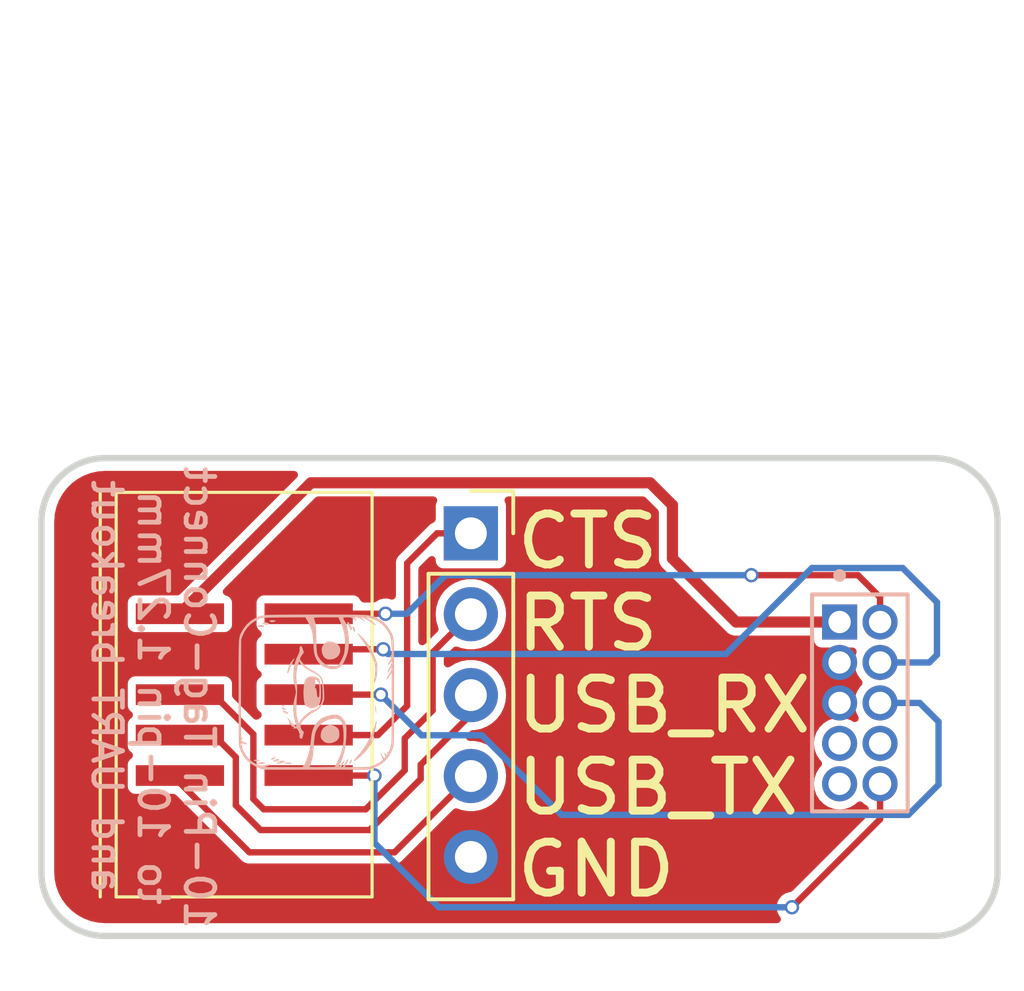
<source format=kicad_pcb>
(kicad_pcb (version 20240108) (generator "pcbnew") (generator_version "8.0")
  (layers (0 "F.Cu" signal) (31 "B.Cu" signal) (34 "B.Paste" user) (35 "F.Paste" user) (36 "B.SilkS" user "B.Silkscreen") (37 "F.SilkS" user "F.Silkscreen") (38 "B.Mask" user) (39 "F.Mask" user) (44 "Edge.Cuts" user))
  (net 0 "")
  (net 1 "+3V0")
  (net 2 "USB_TX")
  (net 3 "~{RESET}")
  (net 4 "GND")
  (net 5 "SWDIO")
  (net 6 "USB_RTS")
  (net 7 "SWO")
  (net 8 "USB_RX")
  (net 9 "SWDCLK")
  (net 10 "USB_CTS")
  (footprint "Connector_PinSocket_2.54mm:PinSocket_1x05_P2.54mm_Vertical" (layer "F.Cu") (at 143.8 82.31)
    (property "Reference" "J3" (hide yes))
    (property "Value" "Conn_01x05_Pin")
    (fp_line (start -1.33 1.27) (end -1.33 11.49) (stroke (width 0.12)) (layer "F.SilkS"))
    (fp_line (start -1.33 1.27) (end 1.33 1.27) (stroke (width 0.12)) (layer "F.SilkS"))
    (fp_line (start -1.33 11.49) (end 1.33 11.49) (stroke (width 0.12)) (layer "F.SilkS"))
    (fp_line (start 0 -1.33) (end 1.33 -1.33) (stroke (width 0.12)) (layer "F.SilkS"))
    (fp_line (start 1.33 -1.33) (end 1.33 0) (stroke (width 0.12)) (layer "F.SilkS"))
    (fp_line (start 1.33 1.27) (end 1.33 11.49) (stroke (width 0.12)) (layer "F.SilkS"))
    (pad "1" thru_hole rect (at 0 0) (size 1.7 1.7) (drill 1) (layers "*.Cu" "*.Mask") (net 10 "USB_CTS"))
    (pad "2" thru_hole oval (at 0 2.54) (size 1.7 1.7) (drill 1) (layers "*.Cu" "*.Mask") (net 6 "USB_RTS"))
    (pad "3" thru_hole oval (at 0 5.08) (size 1.7 1.7) (drill 1) (layers "*.Cu" "*.Mask") (net 8 "USB_RX"))
    (pad "4" thru_hole oval (at 0 7.62) (size 1.7 1.7) (drill 1) (layers "*.Cu" "*.Mask") (net 2 "USB_TX"))
    (pad "5" thru_hole oval (at 0 10.16) (size 1.7 1.7) (drill 1) (layers "*.Cu" "*.Mask") (net 4 "GND"))
  )
  (footprint "TagConnectAdapter:CNC_TECH_1.27mm_10-pin" (layer "F.Cu") (at 136.67 87.415 90)
    (property "Reference" "J1" (hide yes))
    (property "Value" "Conn_02x05_Odd_Even")
    (fp_line (start -6.31 -4.5) (end 6.39 -4.5) (stroke (width 0.1)) (layer "F.SilkS"))
    (fp_line (start 6.39 -4) (end 6.39 4.03) (stroke (width 0.1)) (layer "F.SilkS"))
    (fp_line (start -6.31 -4) (end 6.39 -4) (stroke (width 0.1)) (layer "F.SilkS"))
    (fp_line (start 6.39 4.03) (end -6.31 4.03) (stroke (width 0.1)) (layer "F.SilkS"))
    (fp_line (start -6.31 4.03) (end -6.31 -4) (stroke (width 0.1)) (layer "F.SilkS"))
    (pad "1" smd rect (at 2.58 -2 90) (size 0.65 2.77) (layers "F.Cu" "F.Paste" "F.Mask") (net 1 "+3V0"))
    (pad "2" smd rect (at 2.58 2.04 90) (size 0.65 2.77) (layers "F.Cu" "F.Paste" "F.Mask") (net 5 "SWDIO"))
    (pad "3" smd rect (at 1.31 -2 90) (size 0.65 2.77) (layers "F.Cu" "F.Paste" "F.Mask") (net 4 "GND"))
    (pad "4" smd rect (at 1.31 2.04 90) (size 0.65 2.77) (layers "F.Cu" "F.Paste" "F.Mask") (net 9 "SWDCLK"))
    (pad "5" smd rect (at 0.04 -2 90) (size 0.65 2.77) (layers "F.Cu" "F.Paste" "F.Mask") (net 6 "USB_RTS"))
    (pad "6" smd rect (at 0.04 2.04 90) (size 0.65 2.77) (layers "F.Cu" "F.Paste" "F.Mask") (net 7 "SWO"))
    (pad "7" smd rect (at -1.23 -2 90) (size 0.65 2.77) (layers "F.Cu" "F.Paste" "F.Mask") (net 8 "USB_RX"))
    (pad "8" smd rect (at -1.23 2.04 90) (size 0.65 2.77) (layers "F.Cu" "F.Paste" "F.Mask") (net 10 "USB_CTS"))
    (pad "9" smd rect (at -2.5 -2 90) (size 0.65 2.77) (layers "F.Cu" "F.Paste" "F.Mask") (net 2 "USB_TX"))
    (pad "10" smd rect (at -2.5 2.04 90) (size 0.65 2.77) (layers "F.Cu" "F.Paste" "F.Mask") (net 3 "~{RESET}"))
  )
  (footprint "LOGO" (layer "B.Cu") (at 138.95 87.3 90)
    (property "Reference" "G***" (hide yes))
    (property "Value" "LOGO" (hide yes))
    (fp_poly (pts (xy -0.409195 -1.021863) (xy -0.393756 -1.049642) (xy -0.391696 -1.063332) (xy -0.403133 -1.069395) (xy -0.42602 -1.067209) (xy -0.441914 -1.059589) (xy -0.451969 -1.03584) (xy -0.44425 -1.014659) (xy -0.430971 -1.009371)) (fill solid) (layer "B.SilkS"))
    (fp_poly (pts (xy -2.15164 -1.781106) (xy -2.122607 -1.805783) (xy -2.111918 -1.854276) (xy -2.115499 -1.903219) (xy -2.125865 -1.951202) (xy -2.137619 -1.970901) (xy -2.149601 -1.961708) (xy -2.159979 -1.926468) (xy -2.167982 -1.870462) (xy -2.16909 -1.822901) (xy -2.163705 -1.79074) (xy -2.152224 -1.780934)) (fill solid) (layer "B.SilkS"))
    (fp_poly (pts (xy -2.036867 -1.308099) (xy -2.053002 -1.349634) (xy -2.059196 -1.362893) (xy -2.080537 -1.396186) (xy -2.102686 -1.414778) (xy -2.119255 -1.41506) (xy -2.124199 -1.399626) (xy -2.115506 -1.371116) (xy -2.094879 -1.334535) (xy -2.0705 -1.30267) (xy -2.053437 -1.289023) (xy -2.037076 -1.288709)) (fill solid) (layer "B.SilkS"))
    (fp_poly (pts (xy -2.21803 -0.781519) (xy -2.209694 -0.810641) (xy -2.206035 -0.857698) (xy -2.207678 -0.916688) (xy -2.211635 -0.956643) (xy -2.223091 -1.047034) (xy -2.23374 -0.986773) (xy -2.241323 -0.927503) (xy -2.24413 -0.868541) (xy -2.242292 -0.818167) (xy -2.23594 -0.784664) (xy -2.230417 -0.77633)) (fill solid) (layer "B.SilkS"))
    (fp_poly (pts (xy 2.248715 -1.288218) (xy 2.257921 -1.320533) (xy 2.261676 -1.366665) (xy 2.260121 -1.414608) (xy 2.253399 -1.452356) (xy 2.246616 -1.465459) (xy 2.22953 -1.46622) (xy 2.215986 -1.448871) (xy 2.201082 -1.402346) (xy 2.205657 -1.348242) (xy 2.216714 -1.311059) (xy 2.229249 -1.280185) (xy 2.23889 -1.274878)) (fill solid) (layer "B.SilkS"))
    (fp_poly (pts (xy -2.099137 -1.184446) (xy -2.098681 -1.219615) (xy -2.109575 -1.266816) (xy -2.130284 -1.316522) (xy -2.151108 -1.344337) (xy -2.169246 -1.347549) (xy -2.178791 -1.33385) (xy -2.180207 -1.301304) (xy -2.17047 -1.255677) (xy -2.153565 -1.209941) (xy -2.133479 -1.177068) (xy -2.129428 -1.173176) (xy -2.109785 -1.167084)) (fill solid) (layer "B.SilkS"))
    (fp_poly (pts (xy -0.527143 -0.961621) (xy -0.508901 -0.991838) (xy -0.492294 -1.028791) (xy -0.482758 -1.061508) (xy -0.482088 -1.069148) (xy -0.48911 -1.084778) (xy -0.506183 -1.078212) (xy -0.527313 -1.052759) (xy -0.534429 -1.04025) (xy -0.55295 -0.994534) (xy -0.555949 -0.962267) (xy -0.542978 -0.949163) (xy -0.54158 -0.94911)) (fill solid) (layer "B.SilkS"))
    (fp_poly (pts (xy -0.626043 -0.902343) (xy -0.603641 -0.945534) (xy -0.599423 -0.956643) (xy -0.58061 -1.015999) (xy -0.576511 -1.049146) (xy -0.587112 -1.056049) (xy -0.612394 -1.036676) (xy -0.62983 -1.017931) (xy -0.664781 -0.96915) (xy -0.675484 -0.928305) (xy -0.675026 -0.921247) (xy -0.664935 -0.888702) (xy -0.647541 -0.882899)) (fill solid) (layer "B.SilkS"))
    (fp_poly (pts (xy -2.119413 1.111495) (xy -2.103486 1.106465) (xy -2.108566 1.097012) (xy -2.137467 1.079581) (xy -2.149963 1.072917) (xy -2.201745 1.048188) (xy -2.232145 1.040493) (xy -2.244211 1.04923) (xy -2.244721 1.05418) (xy -2.231792 1.072339) (xy -2.200358 1.0914) (xy -2.161453 1.106317) (xy -2.12611 1.112044)) (fill solid) (layer "B.SilkS"))
    (fp_poly (pts (xy -2.203403 -1.652528) (xy -2.195197 -1.690886) (xy -2.198029 -1.735784) (xy -2.209596 -1.787937) (xy -2.224085 -1.842218) (xy -2.233488 -1.870731) (xy -2.240065 -1.876927) (xy -2.246077 -1.864261) (xy -2.250135 -1.849856) (xy -2.258437 -1.787354) (xy -2.255438 -1.717473) (xy -2.242052 -1.656981) (xy -2.239234 -1.649822) (xy -2.22004 -1.604805)) (fill solid) (layer "B.SilkS"))
    (fp_poly (pts (xy 1.963571 1.21316) (xy 2.004313 1.198981) (xy 2.041069 1.17942) (xy 2.063166 1.159505) (xy 2.0655 1.152868) (xy 2.061603 1.140238) (xy 2.044655 1.137102) (xy 2.009236 1.143658) (xy 1.961762 1.15665) (xy 1.913849 1.174646) (xy 1.89104 1.19223) (xy 1.894631 1.206984) (xy 1.925916 1.216486) (xy 1.929513 1.216931)) (fill solid) (layer "B.SilkS"))
    (fp_poly (pts (xy 2.091828 -1.639097) (xy 2.093838 -1.642111) (xy 2.105024 -1.677489) (xy 2.108449 -1.7283) (xy 2.104471 -1.780959) (xy 2.093451 -1.821885) (xy 2.088876 -1.829775) (xy 2.073223 -1.84777) (xy 2.064556 -1.840198) (xy 2.058951 -1.821356) (xy 2.051138 -1.772332) (xy 2.049936 -1.717492) (xy 2.054987 -1.669186) (xy 2.064169 -1.642111) (xy 2.07835 -1.627088)) (fill solid) (layer "B.SilkS"))
    (fp_poly (pts (xy 2.168723 -1.498182) (xy 2.186273 -1.535548) (xy 2.194986 -1.586492) (xy 2.193967 -1.637624) (xy 2.182323 -1.675553) (xy 2.180712 -1.677877) (xy 2.165154 -1.695236) (xy 2.154778 -1.689984) (xy 2.143278 -1.662812) (xy 2.124993 -1.611175) (xy 2.117393 -1.577008) (xy 2.119498 -1.550001) (xy 2.129803 -1.521088) (xy 2.144471 -1.491459) (xy 2.156453 -1.486609)) (fill solid) (layer "B.SilkS"))
    (fp_poly (pts (xy -0.576918 1.878457) (xy -0.509215 1.874523) (xy -0.459765 1.866954) (xy -0.434551 1.85671) (xy -0.425327 1.8421) (xy -0.430113 1.839866) (xy -0.45134 1.842572) (xy -0.493506 1.847873) (xy -0.547649 1.85464) (xy -0.549882 1.854918) (xy -0.621288 1.864464) (xy -0.662732 1.871594) (xy -0.674278 1.876367) (xy -0.655991 1.878838) (xy -0.607939 1.879064)) (fill solid) (layer "B.SilkS"))
    (fp_poly (pts (xy -2.154965 -0.992502) (xy -2.149372 -1.026823) (xy -2.15115 -1.074009) (xy -2.160378 -1.125867) (xy -2.166257 -1.146342) (xy -2.18794 -1.201042) (xy -2.208136 -1.2286) (xy -2.225775 -1.228013) (xy -2.235636 -1.211366) (xy -2.239426 -1.17764) (xy -2.233912 -1.130512) (xy -2.221596 -1.078548) (xy -2.204978 -1.030314) (xy -2.186561 -0.994374) (xy -2.168846 -0.979295) (xy -2.167852 -0.979241)) (fill solid) (layer "B.SilkS"))
    (fp_poly (pts (xy 2.005926 1.122222) (xy 2.045528 1.106813) (xy 2.091716 1.082085) (xy 2.137681 1.052428) (xy 2.176615 1.022231) (xy 2.201706 0.995882) (xy 2.206241 0.977918) (xy 2.19245 0.967) (xy 2.168987 0.969605) (xy 2.130901 0.987295) (xy 2.079003 1.018039) (xy 2.033287 1.044738) (xy 1.996171 1.063365) (xy 1.977313 1.06957) (xy 1.961196 1.080058) (xy 1.960513 1.102008) (xy 1.974645 1.121385) (xy 1.97972 1.123924)) (fill solid) (layer "B.SilkS"))
    (fp_poly (pts (xy 1.064355 -0.682702) (xy 1.059322 -0.696877) (xy 1.035042 -0.723169) (xy 0.997001 -0.756488) (xy 0.950686 -0.791744) (xy 0.935464 -0.802299) (xy 0.887258 -0.829359) (xy 0.826684 -0.855526) (xy 0.761156 -0.878549) (xy 0.69809 -0.896172) (xy 0.644903 -0.906144) (xy 0.60901 -0.906211) (xy 0.602088 -0.903592) (xy 0.594848 -0.892907) (xy 0.607797 -0.880069) (xy 0.643746 -0.863507) (xy 0.705506 -0.841646) (xy 0.723132 -0.835874) (xy 0.777676 -0.81595) (xy 0.842198 -0.789068) (xy 0.908606 -0.758995) (xy 0.968807 -0.729495) (xy 1.014708 -0.704334) (xy 1.034177 -0.691169) (xy 1.056095 -0.680604)) (fill solid) (layer "B.SilkS"))
    (fp_poly (pts (xy 1.409363 0.740348) (xy 1.460424 0.711017) (xy 1.475893 0.698643) (xy 1.53573 0.628819) (xy 1.575065 0.538156) (xy 1.591542 0.447566) (xy 1.595027 0.393778) (xy 1.59141 0.357345) (xy 1.577627 0.325762) (xy 1.552798 0.289508) (xy 1.490243 0.221393) (xy 1.420522 0.180611) (xy 1.340471 0.166247) (xy 1.24693 0.177385) (xy 1.204864 0.188826) (xy 1.123546 0.226779) (xy 1.066376 0.282564) (xy 1.033903 0.355283) (xy 1.026677 0.444035) (xy 1.029796 0.475747) (xy 1.055302 0.571235) (xy 1.101606 0.649622) (xy 1.165723 0.707642) (xy 1.244668 0.742032) (xy 1.279198 0.748378) (xy 1.352587 0.751883)) (fill solid) (layer "B.SilkS"))
    (fp_poly (pts (xy -1.27597 0.720592) (xy -1.272733 0.720389) (xy -1.216147 0.714992) (xy -1.178064 0.704705) (xy -1.146856 0.685068) (xy -1.122055 0.662575) (xy -1.078832 0.605232) (xy -1.045084 0.531629) (xy -1.026424 0.455386) (xy -1.024437 0.425692) (xy -1.030767 0.392731) (xy -1.047106 0.345167) (xy -1.063198 0.307896) (xy -1.112084 0.232663) (xy -1.177867 0.180407) (xy -1.263055 0.149552) (xy -1.330107 0.14022) (xy -1.385921 0.13792) (xy -1.424165 0.142821) (xy -1.457041 0.157503) (xy -1.478621 0.17163) (xy -1.523377 0.210793) (xy -1.56304 0.258103) (xy -1.568621 0.266612) (xy -1.594406 0.334535) (xy -1.600033 0.414895) (xy -1.587157 0.499344) (xy -1.557432 0.579532) (xy -1.512512 0.647111) (xy -1.488595 0.670502) (xy -1.447713 0.699596) (xy -1.404645 0.716256) (xy -1.350395 0.722562)) (fill solid) (layer "B.SilkS"))
    (fp_poly (pts (xy 0.804356 1.914786) (xy 0.866992 1.910197) (xy 0.922486 1.900041) (xy 0.982284 1.882738) (xy 0.998441 1.877382) (xy 1.113461 1.833055) (xy 1.244568 1.772812) (xy 1.384705 1.700026) (xy 1.467764 1.653146) (xy 1.516898 1.621089) (xy 1.572633 1.579118) (xy 1.631377 1.530674) (xy 1.689537 1.479201) (xy 1.74352 1.42814) (xy 1.789733 1.380934) (xy 1.824585 1.341026) (xy 1.84448 1.311858) (xy 1.845828 1.296872) (xy 1.840916 1.295611) (xy 1.82168 1.304007) (xy 1.789266 1.325052) (xy 1.776358 1.334525) (xy 1.589391 1.471208) (xy 1.41645 1.587597) (xy 1.258936 1.68282) (xy 1.11825 1.75601) (xy 1.048428 1.786607) (xy 0.927738 1.826264) (xy 0.803976 1.847463) (xy 0.670644 1.850649) (xy 0.521243 1.836268) (xy 0.462325 1.826886) (xy 0.382769 1.814748) (xy 0.327053 1.809772) (xy 0.296427 1.811766) (xy 0.292141 1.820539) (xy 0.315445 1.835899) (xy 0.337815 1.845982) (xy 0.46215 1.886548) (xy 0.600732 1.909285) (xy 0.723132 1.915387)) (fill solid) (layer "B.SilkS"))
    (fp_poly (pts (xy -0.903915 1.885677) (xy -0.917272 1.874392) (xy -0.950881 1.863617) (xy -0.967942 1.860291) (xy -1.019726 1.847317) (xy -1.091937 1.822996) (xy -1.178285 1.789906) (xy -1.272479 1.750626) (xy -1.368227 1.707733) (xy -1.459237 1.663808) (xy -1.504615 1.640343) (xy -1.658931 1.552576) (xy -1.794367 1.462356) (xy -1.921739 1.362125) (xy -1.994813 1.297675) (xy -2.054224 1.243798) (xy -2.095623 1.207751) (xy -2.123003 1.186781) (xy -2.140357 1.178138) (xy -2.151676 1.179067) (xy -2.158822 1.184603) (xy -2.162308 1.197793) (xy -2.152854 1.220612) (xy -2.12849 1.25583) (xy -2.087243 1.30622) (xy -2.027142 1.37455) (xy -2.010709 1.392803) (xy -1.949165 1.457568) (xy -1.881266 1.523616) (xy -1.81634 1.582122) (xy -1.774765 1.616078) (xy -1.724134 1.65244) (xy -1.682873 1.679775) (xy -1.611981 1.679775) (xy -1.604449 1.672242) (xy -1.596916 1.679775) (xy -1.604449 1.687307) (xy -1.611981 1.679775) (xy -1.682873 1.679775) (xy -1.66375 1.692444) (xy -1.599607 1.732524) (xy -1.537695 1.769116) (xy -1.484006 1.798657) (xy -1.444533 1.817583) (xy -1.427432 1.822683) (xy -1.414752 1.816416) (xy -1.423012 1.801235) (xy -1.447458 1.783964) (xy -1.457746 1.779183) (xy -1.49804 1.757347) (xy -1.540614 1.72717) (xy -1.544371 1.724065) (xy -1.564055 1.706604) (xy -1.566647 1.700552) (xy -1.549288 1.706538) (xy -1.509121 1.725189) (xy -1.483927 1.737356) (xy -1.312756 1.808475) (xy -1.140924 1.857135) (xy -1.084698 1.867875) (xy -1.026603 1.877733) (xy -0.974718 1.886888) (xy -0.945344 1.89238) (xy -0.915588 1.893749)) (fill solid) (layer "B.SilkS"))
    (fp_poly (pts (xy 0.07744 0.147812) (xy 0.182013 0.140033) (xy 0.275947 0.127231) (xy 0.353123 0.109887) (xy 0.407422 0.088482) (xy 0.413287 0.084904) (xy 0.454287 0.041679) (xy 0.48276 -0.02083) (xy 0.497496 -0.093982) (xy 0.497282 -0.169134) (xy 0.480905 -0.237645) (xy 0.463256 -0.271327) (xy 0.432233 -0.312288) (xy 0.399868 -0.341548) (xy 0.359815 -0.361797) (xy 0.305729 -0.375721) (xy 0.231262 -0.386009) (xy 0.180783 -0.390959) (xy 0.094287 -0.398397) (xy 0.027199 -0.402654) (xy -0.031032 -0.403754) (xy -0.090958 -0.40172) (xy -0.16313 -0.396576) (xy -0.218476 -0.39185) (xy -0.28298 -0.383553) (xy -0.341999 -0.371415) (xy -0.384017 -0.357872) (xy -0.387812 -0.356042) (xy -0.438024 -0.314271) (xy -0.474967 -0.251517) (xy -0.494817 -0.17541) (xy -0.497153 -0.138027) (xy -0.485666 -0.045423) (xy -0.450958 0.028318) (xy -0.421676 0.056078) (xy -0.163408 0.056078) (xy -0.144981 0.037824) (xy -0.098472 0.024764) (xy -0.029854 0.017608) (xy 0.022044 0.013109) (xy 0.059621 0.006863) (xy 0.075251 0.000168) (xy 0.075326 -0.00029) (xy 0.087477 -0.006397) (xy 0.107998 -0.003701) (xy 0.131204 -0.001324) (xy 0.1325 -0.015993) (xy 0.130378 -0.021974) (xy 0.127086 -0.039926) (xy 0.141995 -0.042347) (xy 0.161734 -0.037833) (xy 0.209806 -0.029136) (xy 0.248576 -0.026014) (xy 0.29681 -0.029166) (xy 0.344064 -0.037323) (xy 0.377564 -0.043697) (xy 0.39004 -0.037486) (xy 0.389385 -0.014561) (xy 0.389259 -0.013674) (xy 0.370314 0.020968) (xy 0.322559 0.056507) (xy 0.31637 0.060035) (xy 0.285677 0.07591) (xy 0.256271 0.08662) (xy 0.221287 0.093169) (xy 0.17386 0.09656) (xy 0.107125 0.097798) (xy 0.057275 0.097924) (xy -0.035603 0.09664) (xy -0.100551 0.092661) (xy -0.139664 0.0858) (xy -0.152885 0.079093) (xy -0.163408 0.056078) (xy -0.421676 0.056078) (xy -0.392657 0.083589) (xy -0.310392 0.120785) (xy -0.238926 0.136196) (xy -0.139148 0.146374) (xy -0.031654 0.150086)) (fill solid) (layer "B.SilkS"))
    (fp_poly (pts (xy -0.015591 0.247522) (xy 0.084886 0.241224) (xy 0.184412 0.231648) (xy 0.275342 0.219336) (xy 0.350028 0.204828) (xy 0.378294 0.197108) (xy 0.450468 0.16706) (xy 0.514121 0.123144) (xy 0.572989 0.061452) (xy 0.63081 -0.021922) (xy 0.690523 -0.129332) (xy 0.774419 -0.268962) (xy 0.869669 -0.384299) (xy 0.974273 -0.472953) (xy 0.98273 -0.478652) (xy 1.040016 -0.516562) (xy 1.103786 -0.488056) (xy 1.151479 -0.462025) (xy 1.192625 -0.431878) (xy 1.201587 -0.423278) (xy 1.225133 -0.401328) (xy 1.247339 -0.394486) (xy 1.280669 -0.400548) (xy 1.299511 -0.405976) (xy 1.353216 -0.423335) (xy 1.404523 -0.442063) (xy 1.413136 -0.445536) (xy 1.445247 -0.461431) (xy 1.453892 -0.476956) (xy 1.446068 -0.497517) (xy 1.430991 -0.516315) (xy 1.406202 -0.524888) (xy 1.362533 -0.52594) (xy 1.351141 -0.525503) (xy 1.302954 -0.526558) (xy 1.256723 -0.536202) (xy 1.201893 -0.557266) (xy 1.160024 -0.576783) (xy 1.067605 -0.619663) (xy 0.989907 -0.650449) (xy 0.915839 -0.672592) (xy 0.83431 -0.689544) (xy 0.760795 -0.701043) (xy 0.600965 -0.718347) (xy 0.462352 -0.72099) (xy 0.339812 -0.708899) (xy 0.270245 -0.694126) (xy 0.174487 -0.669919) (xy 0.100722 -0.653607) (xy 0.041936 -0.644938) (xy -0.008887 -0.643661) (xy -0.058762 -0.649524) (xy -0.114704 -0.662276) (xy -0.172052 -0.678283) (xy -0.35769 -0.71629) (xy -0.550536 -0.725308) (xy -0.749553 -0.705328) (xy -0.852675 -0.684071) (xy -0.922254 -0.666872) (xy -0.983901 -0.650851) (xy -1.029884 -0.638061) (xy -1.049729 -0.631715) (xy -1.076413 -0.625794) (xy -1.084633 -0.638172) (xy -1.084698 -0.640646) (xy -1.072008 -0.658597) (xy -1.052955 -0.662871) (xy -1.029775 -0.669644) (xy -1.029717 -0.685032) (xy -1.031548 -0.701648) (xy -1.021896 -0.720553) (xy -0.997236 -0.74535) (xy -0.954044 -0.77964) (xy -0.895283 -0.822401) (xy -0.837457 -0.865197) (xy -0.804855 -0.892883) (xy -0.797492 -0.905184) (xy -0.815386 -0.901825) (xy -0.858554 -0.882528) (xy -0.892616 -0.865261) (xy -0.931932 -0.847337) (xy -0.957924 -0.840361) (xy -0.964176 -0.843365) (xy -0.97125 -0.858935) (xy -0.987374 -0.85341) (xy -1.004897 -0.830774) (xy -1.009954 -0.819524) (xy -1.028808 -0.790976) (xy -1.04709 -0.788862) (xy -1.067184 -0.784357) (xy -1.079094 -0.756497) (xy -1.090834 -0.715582) (xy -1.102264 -0.701204) (xy -1.117316 -0.710071) (xy -1.124494 -0.718464) (xy -1.137836 -0.732682) (xy -1.142225 -0.726591) (xy -1.139384 -0.695966) (xy -1.137953 -0.685468) (xy -1.135259 -0.643124) (xy -1.138984 -0.612825) (xy -1.141032 -0.608478) (xy -1.164847 -0.588128) (xy -1.203916 -0.56576) (xy -1.233751 -0.552961) (xy -0.983511 -0.552961) (xy -0.864621 -0.584392) (xy -0.803556 -0.600233) (xy -0.749541 -0.613712) (xy -0.712582 -0.622344) (xy -0.708067 -0.62328) (xy -0.676023 -0.625783) (xy -0.617468 -0.626388) (xy -0.535956 -0.625197) (xy -0.43504 -0.622308) (xy -0.318274 -0.617824) (xy -0.189211 -0.611843) (xy -0.060261 -0.604971) (xy 0.071737 -0.600384) (xy 0.181904 -0.60319) (xy 0.271174 -0.612568) (xy 0.466318 -0.629337) (xy 0.652034 -0.619255) (xy 0.833306 -0.58193) (xy 0.892696 -0.563669) (xy 0.964983 -0.539659) (xy 0.907184 -0.49779) (xy 0.831072 -0.43138) (xy 0.758922 -0.344249) (xy 0.688179 -0.232985) (xy 0.637114 -0.136881) (xy 0.591619 -0.047911) (xy 0.554412 0.018125) (xy 0.521723 0.065903) (xy 0.489781 0.100102) (xy 0.454815 0.125398) (xy 0.413055 0.14647) (xy 0.406335 0.1494) (xy 0.368525 0.163332) (xy 0.325115 0.173839) (xy 0.26995 0.181813) (xy 0.196874 0.188148) (xy 0.101379 0.193655) (xy -0.027938 0.198621) (xy -0.132121 0.198555) (xy -0.215903 0.192418) (xy -0.284013 0.179174) (xy -0.341183 0.157785) (xy -0.392143 0.127213) (xy -0.441626 0.086422) (xy -0.457946 0.071017) (xy -0.508287 0.012371) (xy -0.540196 -0.052989) (xy -0.548426 -0.078991) (xy -0.578448 -0.149365) (xy -0.628371 -0.229336) (xy -0.692594 -0.312447) (xy -0.765518 -0.392246) (xy -0.841544 -0.462276) (xy -0.915071 -0.516084) (xy -0.939947 -0.53029) (xy -0.983511 -0.552961) (xy -1.233751 -0.552961) (xy -1.244711 -0.548259) (xy -1.27101 -0.542349) (xy -1.294062 -0.533194) (xy -1.298391 -0.526475) (xy -1.315593 -0.518139) (xy -1.340998 -0.524406) (xy -1.387192 -0.531218) (xy -1.42843 -0.520436) (xy -1.455574 -0.495867) (xy -1.461329 -0.474289) (xy -1.458162 -0.455411) (xy -1.444554 -0.441765) (xy -1.414347 -0.429954) (xy -1.361381 -0.416585) (xy -1.353285 -0.414733) (xy -1.24524 -0.390159) (xy -1.213931 -0.427171) (xy -1.15674 -0.473856) (xy -1.088689 -0.49315) (xy -1.012081 -0.484771) (xy -0.949868 -0.459881) (xy -0.907375 -0.429987) (xy -0.854279 -0.381123) (xy -0.79618 -0.319722) (xy -0.738681 -0.252215) (xy -0.687384 -0.185035) (xy -0.647891 -0.124613) (xy -0.633002 -0.096086) (xy -0.565245 0.02286) (xy -0.48101 0.118877) (xy -0.382221 0.190288) (xy -0.270803 0.235413) (xy -0.246261 0.241333) (xy -0.188811 0.248117) (xy -0.109372 0.25)) (fill solid) (layer "B.SilkS"))
    (fp_poly (pts (xy 0.705216 2.440028) (xy 0.88846 2.439688) (xy 1.048802 2.439029) (xy 1.18805 2.437952) (xy 1.30801 2.436356) (xy 1.41049 2.434143) (xy 1.497296 2.431214) (xy 1.570236 2.427469) (xy 1.631116 2.422808) (xy 1.681745 2.417133) (xy 1.723929 2.410344) (xy 1.759475 2.402342) (xy 1.79019 2.393027) (xy 1.817882 2.382301) (xy 1.844357 2.370064) (xy 1.871423 2.356216) (xy 1.900887 2.340658) (xy 1.911568 2.335068) (xy 2.056394 2.243434) (xy 2.179834 2.131326) (xy 2.280429 2.000867) (xy 2.35672 1.854183) (xy 2.407248 1.693399) (xy 2.425031 1.587262) (xy 2.427605 1.549142) (xy 2.429945 1.483523) (xy 2.432049 1.393034) (xy 2.433918 1.280306) (xy 2.435552 1.147968) (xy 2.436952 0.99865) (xy 2.438116 0.834983) (xy 2.439045 0.659595) (xy 2.43974 0.475118) (xy 2.4402 0.284181) (xy 2.440424 0.089415) (xy 2.440414 -0.106552) (xy 2.440169 -0.301089) (xy 2.439689 -0.491565) (xy 2.438973 -0.675351) (xy 2.438023 -0.849818) (xy 2.436838 -1.012334) (xy 2.435419 -1.16027) (xy 2.433764 -1.290996) (xy 2.431874 -1.401883) (xy 2.429749 -1.490299) (xy 2.427389 -1.553616) (xy 2.425031 -1.587262) (xy 2.391257 -1.755741) (xy 2.330812 -1.911441) (xy 2.245156 -2.052238) (xy 2.135748 -2.176005) (xy 2.004047 -2.280619) (xy 1.911568 -2.335068) (xy 1.880953 -2.351196) (xy 1.853347 -2.365587) (xy 1.826947 -2.378339) (xy 1.799951 -2.38955) (xy 1.770557 -2.399317) (xy 1.736963 -2.407738) (xy 1.697366 -2.41491) (xy 1.649963 -2.420932) (xy 1.592953 -2.4259) (xy 1.524534 -2.429914) (xy 1.442902 -2.43307) (xy 1.346257 -2.435465) (xy 1.232795 -2.437199) (xy 1.100714 -2.438368) (xy 0.948212 -2.43907) (xy 0.773486 -2.439403) (xy 0.574735 -2.439465) (xy 0.350157 -2.439352) (xy 0.097948 -2.439164) (xy -0.007533 -2.439091) (xy -0.273568 -2.438855) (xy -0.511045 -2.438494) (xy -0.721532 -2.437988) (xy -0.906601 -2.437317) (xy -1.067822 -2.436462) (xy -1.206767 -2.435402) (xy -1.325005 -2.434119) (xy -1.424108 -2.432593) (xy -1.505646 -2.430803) (xy -1.57119 -2.428731) (xy -1.622311 -2.426356) (xy -1.660579 -2.42366) (xy -1.687565 -2.420621) (xy -1.702373 -2.417862) (xy -1.859842 -2.364423) (xy -2.003555 -2.285327) (xy -2.131226 -2.182775) (xy -2.240568 -2.058973) (xy -2.329293 -1.916124) (xy -2.395114 -1.756432) (xy -2.397911 -1.747568) (xy -2.433037 -1.634579) (xy -2.433037 -0.036491) (xy -2.347714 -0.036491) (xy -2.346765 -0.10812) (xy -2.34469 -0.158012) (xy -2.34138 -0.188961) (xy -2.336726 -0.203763) (xy -2.331599 -0.20572) (xy -2.309659 -0.197783) (xy -2.266441 -0.182946) (xy -2.209294 -0.163715) (xy -2.174142 -0.152024) (xy -2.098931 -0.129518) (xy -2.02438 -0.113052) (xy -1.9405 -0.10085) (xy -1.837305 -0.091135) (xy -1.827641 -0.090391) (xy -1.688536 -0.079623) (xy -1.575688 -0.070291) (xy -1.48529 -0.06187) (xy -1.413532 -0.053835) (xy -1.356607 -0.045664) (xy -1.310705 -0.036831) (xy -1.272017 -0.026812) (xy -1.236736 -0.015084) (xy -1.212368 -0.005713) (xy -1.10354 0.053668) (xy -1.008554 0.137488) (xy -0.93047 0.242054) (xy -0.872347 0.363669) (xy -0.851682 0.429886) (xy -0.830878 0.534755) (xy -0.828864 0.622105) (xy -0.847092 0.693298) (xy -0.887017 0.749697) (xy -0.950091 0.792661) (xy -1.037769 0.823552) (xy -1.151502 0.843732) (xy -1.292746 0.854562) (xy -1.305621 0.855078) (xy -1.494063 0.854484) (xy -1.667863 0.836536) (xy -1.835028 0.79945) (xy -2.003562 0.741442) (xy -2.181473 0.660728) (xy -2.18446 0.659232) (xy -2.342645 0.5799) (xy -2.346665 0.183154) (xy -2.347644 0.059668) (xy -2.347714 -0.036491) (xy -2.433037 -0.036491) (xy -2.433037 0) (xy -2.433037 0.810353) (xy -2.350178 0.810353) (xy -2.348902 0.79252) (xy -2.341641 0.786248) (xy -2.323243 0.792984) (xy -2.288558 0.814174) (xy -2.252902 0.83767) (xy -2.197505 0.871303) (xy -2.164038 0.885544) (xy -2.153047 0.882223) (xy -2.165077 0.863175) (xy -2.200676 0.830232) (xy -2.24134 0.798841) (xy -2.288959 0.763077) (xy -2.324779 0.734211) (xy -2.343672 0.716474) (xy -2.345195 0.713127) (xy -2.329781 0.716137) (xy -2.294222 0.729325) (xy -2.245619 0.750009) (xy -2.235591 0.754522) (xy -2.058988 0.825167) (xy -1.876547 0.878465) (xy -1.682194 0.915714) (xy -1.469855 0.938215) (xy -1.347234 0.944631) (xy -1.230052 0.947566) (xy -1.137018 0.946196) (xy -1.062327 0.939501) (xy -1.000176 0.926459) (xy -0.944761 0.906048) (xy -0.890278 0.877248) (xy -0.86112 0.85909) (xy -0.788953 0.803418) (xy -0.739022 0.741865) (xy -0.710198 0.670403) (xy -0.701353 0.585008) (xy -0.711359 0.481654) (xy -0.730126 0.391696) (xy -0.773226 0.255465) (xy -0.83111 0.143274) (xy -0.905402 0.05206) (xy -0.915279 0.042583) (xy -1.003384 -0.028701) (xy -1.099666 -0.083419) (xy -1.209316 -0.123481) (xy -1.337522 -0.1508) (xy -1.483927 -0.166889) (xy -1.660237 -0.186569) (xy -1.832089 -0.218749) (xy -1.993364 -0.261767) (xy -2.137942 -0.313963) (xy -2.259702 -0.373678) (xy -2.271086 -0.380421) (xy -2.350178 -0.428193) (xy -2.348952 -1.031386) (xy -2.348611 -1.181573) (xy -2.34818 -1.303975) (xy -2.347538 -1.400935) (xy -2.346567 -1.474798) (xy -2.345147 -1.527909) (xy -2.343159 -1.562612) (xy -2.340483 -1.581252) (xy -2.337 -1.586173) (xy -2.332591 -1.579719) (xy -2.327136 -1.564236) (xy -2.322588 -1.549132) (xy -2.307491 -1.501595) (xy -2.294301 -1.466543) (xy -2.287526 -1.453839) (xy -2.274997 -1.452195) (xy -2.26842 -1.473169) (xy -2.268114 -1.509778) (xy -2.274397 -1.555039) (xy -2.281592 -1.583882) (xy -2.300348 -1.671741) (xy -2.300389 -1.753168) (xy -2.280215 -1.833882) (xy -2.238324 -1.919601) (xy -2.173215 -2.016043) (xy -2.165393 -2.026466) (xy -2.103706 -2.096679) (xy -2.028899 -2.164234) (xy -1.947153 -2.225021) (xy -1.864646 -2.27493) (xy -1.787558 -2.30985) (xy -1.722068 -2.325672) (xy -1.714875 -2.326107) (xy -1.684253 -2.330634) (xy -1.672276 -2.338879) (xy -1.659306 -2.347296) (xy -1.633564 -2.350178) (xy -1.605809 -2.345428) (xy -1.601474 -2.327973) (xy -1.602537 -2.323814) (xy -1.620978 -2.256481) (xy -1.633458 -2.203064) (xy -1.638785 -2.169113) (xy -1.637774 -2.160035) (xy -1.627431 -2.167926) (xy -1.607425 -2.192522) (xy -1.584048 -2.224973) (xy -1.563595 -2.256426) (xy -1.552358 -2.27803) (xy -1.55172 -2.28108) (xy -1.54579 -2.305486) (xy -1.532284 -2.336095) (xy -1.517629 -2.35978) (xy -1.510521 -2.365243) (xy -1.494253 -2.353938) (xy -1.47989 -2.335113) (xy -1.456655 -2.309388) (xy -1.438637 -2.309231) (xy -1.431202 -2.334602) (xy -1.431198 -2.335456) (xy -1.430883 -2.340383) (xy -1.428791 -2.344743) (xy -1.423201 -2.348565) (xy -1.412393 -2.35188) (xy -1.394647 -2.354716) (xy -1.368242 -2.357103) (xy -1.331459 -2.359071) (xy -1.282576 -2.360649) (xy -1.219874 -2.361865) (xy -1.141632 -2.362751) (xy -1.04613 -2.363335) (xy -0.931648 -2.363646) (xy -0.796465 -2.363715) (xy -0.638861 -2.36357) (xy -0.457115 -2.363241) (xy -0.249508 -2.362758) (xy -0.014318 -2.362149) (xy 0.109223 -2.36182) (xy 1.649644 -2.35771) (xy 1.748655 -2.324036) (xy 1.892522 -2.259566) (xy 2.023353 -2.169943) (xy 2.137681 -2.058587) (xy 2.232038 -1.928914) (xy 2.302958 -1.784343) (xy 2.30704 -1.773522) (xy 2.315337 -1.75033) (xy 2.32222 -1.72772) (xy 2.327845 -1.702693) (xy 2.332369 -1.672249) (xy 2.335948 -1.63339) (xy 2.33874 -1.583116) (xy 2.340901 -1.518429) (xy 2.342587 -1.436329) (xy 2.343955 -1.333817) (xy 2.345162 -1.207894) (xy 2.346365 -1.055562) (xy 2.34667 -1.014678) (xy 2.351623 -0.349581) (xy 2.309471 -0.319788) (xy 2.245742 -0.280506) (xy 2.163321 -0.237797) (xy 2.072532 -0.196348) (xy 1.983699 -0.160846) (xy 1.907145 -0.135981) (xy 1.901285 -0.134444) (xy 1.819903 -0.118639) (xy 1.71 -0.105412) (xy 1.573089 -0.094929) (xy 1.515169 -0.091743) (xy 1.398829 -0.084988) (xy 1.306494 -0.076929) (xy 1.23204 -0.066355) (xy 1.169341 -0.052055) (xy 1.112275 -0.032817) (xy 1.054714 -0.00743) (xy 1.031969 0.003813) (xy 0.941308 0.06294) (xy 0.86477 0.139055) (xy 0.803473 0.227757) (xy 0.758535 0.324646) (xy 0.731074 0.425322) (xy 0.722209 0.525384) (xy 0.725598 0.555076) (xy 0.821201 0.555076) (xy 0.82409 0.488408) (xy 0.83149 0.423062) (xy 0.840953 0.376631) (xy 0.882133 0.28355) (xy 0.947507 0.195713) (xy 1.031143 0.119032) (xy 1.127113 0.059419) (xy 1.182302 0.036293) (xy 1.210227 0.028201) (xy 1.245291 0.021547) (xy 1.291162 0.016071) (xy 1.351505 0.011513) (xy 1.429988 0.007609) (xy 1.530277 0.004101) (xy 1.656039 0.000726) (xy 1.69484 -0.000196) (xy 1.824611 -0.003414) (xy 1.928213 -0.006562) (xy 2.009603 -0.009949) (xy 2.072741 -0.013884) (xy 2.121584 -0.018675) (xy 2.16009 -0.024631) (xy 2.192219 -0.032062) (xy 2.221929 -0.041276) (xy 2.222123 -0.041342) (xy 2.272377 -0.057822) (xy 2.312446 -0.069625) (xy 2.331346 -0.073822) (xy 2.33738 -0.067737) (xy 2.342071 -0.046576) (xy 2.345553 -0.007599) (xy 2.347962 0.051933) (xy 2.349434 0.134759) (xy 2.350102 0.243621) (xy 2.350178 0.307662) (xy 2.350178 0.690649) (xy 2.239598 0.743137) (xy 2.048061 0.821266) (xy 1.856308 0.872842) (xy 1.659223 0.898672) (xy 1.45169 0.899561) (xy 1.318209 0.88825) (xy 1.241908 0.877209) (xy 1.177799 0.861366) (xy 1.112668 0.836713) (xy 1.047034 0.806037) (xy 0.983335 0.773259) (xy 0.925042 0.740657) (xy 0.880841 0.713204) (xy 0.866251 0.702566) (xy 0.842867 0.681497) (xy 0.829357 0.660074) (xy 0.823045 0.629528) (xy 0.821253 0.581095) (xy 0.821201 0.555076) (xy 0.725598 0.555076) (xy 0.733059 0.620432) (xy 0.764741 0.706067) (xy 0.818373 0.777887) (xy 0.832058 0.790401) (xy 0.904823 0.842089) (xy 0.99868 0.893015) (xy 1.104768 0.939151) (xy 1.214226 0.976472) (xy 1.277917 0.992977) (xy 1.419731 1.015825) (xy 1.571943 1.024867) (xy 1.72319 1.020085) (xy 1.862111 1.001457) (xy 1.895937 0.994074) (xy 1.95886 0.980409) (xy 2.015011 0.970721) (xy 2.054629 0.966621) (xy 2.061655 0.966709) (xy 2.083969 0.966308) (xy 2.108393 0.960119) (xy 2.140746 0.94552) (xy 2.186842 0.919887) (xy 2.252254 0.880746) (xy 2.296855 0.855251) (xy 2.325348 0.84632) (xy 2.34133 0.857164) (xy 2.348398 0.890993) (xy 2.350149 0.951018) (xy 2.350178 0.968143) (xy 2.349312 1.031429) (xy 2.344872 1.075083) (xy 2.334089 1.109597) (xy 2.314197 1.145457) (xy 2.2962 1.172785) (xy 2.264545 1.22415) (xy 2.252855 1.254239) (xy 2.261071 1.262619) (xy 2.289133 1.248855) (xy 2.305167 1.237595) (xy 2.350178 1.204318) (xy 2.350178 1.254095) (xy 2.341255 1.297698) (xy 2.315907 1.359708) (xy 2.2824 1.42403) (xy 2.214621 1.544188) (xy 2.2824 1.473505) (xy 2.319602 1.437837) (xy 2.343055 1.422138) (xy 2.350178 1.426454) (xy 2.342263 1.454062) (xy 2.320815 1.500456) (xy 2.289277 1.559529) (xy 2.251094 1.625174) (xy 2.20971 1.691284) (xy 2.168569 1.751754) (xy 2.160254 1.763203) (xy 2.1289 1.808287) (xy 2.107615 1.843798) (xy 2.100189 1.863275) (xy 2.100732 1.864711) (xy 2.1156 1.860165) (xy 2.143704 1.836697) (xy 2.180285 1.799553) (xy 2.220582 1.753975) (xy 2.259836 1.705208) (xy 2.293288 1.658497) (xy 2.305358 1.639244) (xy 2.352566 1.559253) (xy 2.343108 1.619514) (xy 2.305056 1.76882) (xy 2.240875 1.909427) (xy 2.153771 2.037541) (xy 2.046952 2.14937) (xy 1.923626 2.241118) (xy 1.786999 2.308994) (xy 1.748655 2.322602) (xy 1.698601 2.336655) (xy 1.643604 2.346882) (xy 1.576812 2.354094) (xy 1.491378 2.359107) (xy 1.419672 2.361658) (xy 1.331864 2.364121) (xy 1.268723 2.365049) (xy 1.224797 2.363813) (xy 1.194637 2.359784) (xy 1.172791 2.352333) (xy 1.153809 2.340833) (xy 1.138204 2.329195) (xy 1.098517 2.301256) (xy 1.077491 2.291378) (xy 1.076866 2.299636) (xy 1.09838 2.326102) (xy 1.099763 2.32758) (xy 1.122583 2.352949) (xy 1.125301 2.363224) (xy 1.108485 2.365233) (xy 1.102897 2.365243) (xy 1.074735 2.357333) (xy 1.031012 2.336522) (xy 0.980851 2.30719) (xy 0.977413 2.304982) (xy 0.930439 2.275667) (xy 0.893005 2.254232) (xy 0.872437 2.244841) (xy 0.871448 2.244721) (xy 0.858211 2.252103) (xy 0.868928 2.27249) (xy 0.901798 2.303244) (xy 0.921948 2.318744) (xy 0.985176 2.365243) (xy 0.93687 2.365243) (xy 0.898356 2.357456) (xy 0.841926 2.335986) (xy 0.774859 2.303678) (xy 0.76318 2.29745) (xy 0.707858 2.268078) (xy 0.662714 2.24512) (xy 0.63411 2.23176) (xy 0.627735 2.229656) (xy 0.615685 2.236385) (xy 0.627925 2.254976) (xy 0.662199 2.283037) (xy 0.7043 2.3109) (xy 0.749537 2.339218) (xy 0.771539 2.355258) (xy 0.77272 2.362557) (xy 0.755494 2.364647) (xy 0.741136 2.36484) (xy 0.687607 2.352849) (xy 0.618761 2.315898) (xy 0.605549 2.30716) (xy 0.526045 2.255838) (xy 0.463915 2.221058) (xy 0.421241 2.203894) (xy 0.403935 2.202979) (xy 0.404706 2.214381) (xy 0.431084 2.240074) (xy 0.482444 2.279525) (xy 0.548267 2.325512) (xy 0.606814 2.365243) (xy -0.485108 2.365243) (xy -0.693664 2.365209) (xy -0.874356 2.36507) (xy -1.029453 2.364771) (xy -1.16122 2.364256) (xy -1.271926 2.363472) (xy -1.363838 2.362362) (xy -1.439222 2.360872) (xy -1.500346 2.358947) (xy -1.549478 2.356531) (xy -1.588884 2.35357) (xy -1.620832 2.350008) (xy -1.647589 2.345791) (xy -1.671421 2.340864) (xy -1.691552 2.335954) (xy -1.754156 2.318282) (xy -1.811745 2.299181) (xy -1.852643 2.28255) (xy -1.855016 2.281355) (xy -1.885975 2.263837) (xy -1.89302 2.251892) (xy -1.879448 2.238154) (xy -1.875613 2.235318) (xy -1.859857 2.219385) (xy -1.866616 2.215157) (xy -1.889962 2.224397) (xy -1.897409 2.228836) (xy -1.930671 2.233619) (xy -1.947899 2.227257) (xy -1.965117 2.215643) (xy -1.96455 2.202315) (xy -1.944563 2.178495) (xy -1.937411 2.17099) (xy -1.907306 2.136254) (xy -1.90039 2.11998) (xy -1.916172 2.122979) (xy -1.95299 2.145264) (xy -1.988675 2.167622) (xy -2.011829 2.173633) (xy -2.033996 2.165071) (xy -2.043381 2.15914) (xy -2.069097 2.141157) (xy -2.079004 2.132141) (xy -2.067219 2.123061) (xy -2.036213 2.102616) (xy -1.992506 2.075095) (xy -1.989127 2.073007) (xy -1.931967 2.036451) (xy -1.901504 2.013837) (xy -1.89773 2.005183) (xy -1.92064 2.010506) (xy -1.970228 2.029824) (xy -1.999464 2.042314) (xy -2.11555 2.092778) (xy -2.157438 2.044462) (xy -2.195792 1.991163) (xy -2.237339 1.918912) (xy -2.277079 1.83775) (xy -2.310011 1.757717) (xy -2.327799 1.702373) (xy -2.335546 1.663945) (xy -2.341437 1.612007) (xy -2.345647 1.54298) (xy -2.348354 1.453289) (xy -2.349732 1.339357) (xy -2.349999 1.251847) (xy -2.349952 1.137505) (xy -2.34952 1.050028) (xy -2.348455 0.986147) (xy -2.346509 0.942598) (xy -2.343432 0.916113) (xy -2.338978 0.903426) (xy -2.332897 0.90127) (xy -2.324942 0.906379) (xy -2.323814 0.907357) (xy -2.279525 0.938257) (xy -2.223945 0.966494) (xy -2.16904 0.986768) (xy -2.128566 0.993827) (xy -2.100028 0.99232) (xy -2.098772 0.985043) (xy -2.116667 0.970404) (xy -2.144483 0.952099) (xy -2.189685 0.925258) (xy -2.242993 0.895372) (xy -2.248488 0.892387) (xy -2.309988 0.855272) (xy -2.343584 0.825762) (xy -2.350178 0.810353) (xy -2.433037 0.810353) (xy -2.433037 1.634579) (xy -2.397911 1.747568) (xy -2.334369 1.905188) (xy -2.247765 2.047496) (xy -2.140806 2.171889) (xy -2.0162 2.275759) (xy -1.876653 2.356503) (xy -1.724871 2.411513) (xy -1.702373 2.417113) (xy -1.683427 2.420832) (xy -1.658912 2.424137) (xy -1.627094 2.427052) (xy -1.586237 2.4296) (xy -1.534609 2.431804) (xy -1.470475 2.433689) (xy -1.3921 2.435277) (xy -1.297751 2.436593) (xy -1.185693 2.437658) (xy -1.054193 2.438498) (xy -0.901516 2.439134) (xy -0.725928 2.439592) (xy -0.525695 2.439893) (xy -0.299084 2.440063) (xy -0.044358 2.440123) (xy 0 2.440124) (xy 0.262793 2.440147) (xy 0.497262 2.440148)) (fill solid) (layer "B.SilkS"))
  )
  (footprint "TagConnectAdapter:AMPHENOL_20021311-00010T4LF" (layer "B.Cu") (at 156.005 87.635 90)
    (property "Reference" "J2" (hide yes))
    (property "Value" "Conn_02x05_Odd_Even")
    (fp_line (start 3.405 -1.5) (end 3.405 1.5) (stroke (width 0.127)) (layer "B.SilkS"))
    (fp_line (start -3.405 -1.5) (end 3.405 -1.5) (stroke (width 0.127)) (layer "B.SilkS"))
    (fp_line (start 3.405 1.5) (end -3.405 1.5) (stroke (width 0.127)) (layer "B.SilkS"))
    (fp_line (start -3.405 1.5) (end -3.405 -1.5) (stroke (width 0.127)) (layer "B.SilkS"))
    (fp_circle (center 4 -0.635) (end 4.1 -0.635) (stroke (width 0.2)) (fill none) (layer "B.SilkS"))
    (pad "1" thru_hole rect (at 2.54 -0.635 90) (size 1.1 1.1) (drill 0.7) (layers "*.Cu" "*.Mask") (net 1 "+3V0"))
    (pad "2" thru_hole circle (at 2.54 0.635 90) (size 1.1 1.1) (drill 0.7) (layers "*.Cu" "*.Mask") (net 5 "SWDIO"))
    (pad "3" thru_hole circle (at 1.27 -0.635 90) (size 1.1 1.1) (drill 0.7) (layers "*.Cu" "*.Mask") (net 4 "GND"))
    (pad "4" thru_hole circle (at 1.27 0.635 90) (size 1.1 1.1) (drill 0.7) (layers "*.Cu" "*.Mask") (net 9 "SWDCLK"))
    (pad "5" thru_hole circle (at 0 -0.635 90) (size 1.1 1.1) (drill 0.7) (layers "*.Cu" "*.Mask") (net 4 "GND"))
    (pad "6" thru_hole circle (at 0 0.635 90) (size 1.1 1.1) (drill 0.7) (layers "*.Cu" "*.Mask") (net 7 "SWO"))
    (pad "7" thru_hole circle (at -1.27 -0.635 90) (size 1.1 1.1) (drill 0.7) (layers "*.Cu" "*.Mask"))
    (pad "8" thru_hole circle (at -1.27 0.635 90) (size 1.1 1.1) (drill 0.7) (layers "*.Cu" "*.Mask"))
    (pad "9" thru_hole circle (at -2.54 -0.635 90) (size 1.1 1.1) (drill 0.7) (layers "*.Cu" "*.Mask"))
    (pad "10" thru_hole circle (at -2.54 0.635 90) (size 1.1 1.1) (drill 0.7) (layers "*.Cu" "*.Mask") (net 3 "~{RESET}"))
  )
  (gr_arc (start 132.325 94.95) (mid 130.910786 94.364214) (end 130.325 92.95) (stroke (width 0.2)) (layer "Edge.Cuts"))
  (gr_arc (start 160.325 92.95) (mid 159.739214 94.364214) (end 158.325 94.95) (stroke (width 0.2)) (layer "Edge.Cuts"))
  (gr_line (start 130.325 92.95) (end 130.325 81.95) (stroke (width 0.2)) (layer "Edge.Cuts"))
  (gr_line (start 132.325 79.95) (end 158.325 79.95) (stroke (width 0.2)) (layer "Edge.Cuts"))
  (gr_arc (start 130.325 81.95) (mid 130.910786 80.535786) (end 132.325 79.95) (stroke (width 0.2)) (layer "Edge.Cuts"))
  (gr_line (start 158.325 94.95) (end 132.325 94.95) (stroke (width 0.2)) (layer "Edge.Cuts"))
  (gr_arc (start 158.325 79.95) (mid 159.739214 80.535786) (end 160.325 81.95) (stroke (width 0.2)) (layer "Edge.Cuts"))
  (gr_line (start 160.325 81.95) (end 160.325 92.95) (stroke (width 0.2)) (layer "Edge.Cuts"))
  (gr_text "10-Pin Tag-Connect \nto 10-pin 1.27mm \nand UART breakout" (at 131.85 87.125 270) (layer "B.SilkS") (effects (font (size 0.9 0.9)) (justify bottom mirror)))
  (gr_text "CTS\nRTS\nUSB_RX\nUSB_TX\nGND" (at 145.13 93.8 0) (layer "F.SilkS") (effects (font (size 1.6 1.6) (thickness 0.25) (bold yes)) (justify left bottom)))
  (segment (start 138.78 80.725) (end 149.425 80.725) (width 0.35) (layer "F.Cu") (net 1))
  (segment (start 134.67 84.835) (end 138.78 80.725) (width 0.35) (layer "F.Cu") (net 1))
  (segment (start 152.12 85.095) (end 155.37 85.095) (width 0.35) (layer "F.Cu") (net 1))
  (segment (start 150.125 81.425) (end 150.125 83.1) (width 0.35) (layer "F.Cu") (net 1))
  (segment (start 149.425 80.725) (end 150.125 81.425) (width 0.35) (layer "F.Cu") (net 1))
  (segment (start 150.125 83.1) (end 152.12 85.095) (width 0.35) (layer "F.Cu") (net 1))
  (segment (start 134.67 89.915) (end 134.67 90.145) (width 0.2) (layer "F.Cu") (net 2))
  (segment (start 136.85 92.325) (end 141.405 92.325) (width 0.2) (layer "F.Cu") (net 2))
  (segment (start 134.67 90.145) (end 136.85 92.325) (width 0.2) (layer "F.Cu") (net 2))
  (segment (start 141.405 92.325) (end 143.8 89.93) (width 0.2) (layer "F.Cu") (net 2))
  (segment (start 153.875 94.05) (end 156.64 91.285) (width 0.2) (layer "F.Cu") (net 3))
  (segment (start 140.775 89.915) (end 138.71 89.915) (width 0.2) (layer "F.Cu") (net 3))
  (segment (start 156.64 91.285) (end 156.64 90.175) (width 0.2) (layer "F.Cu") (net 3))
  (via (at 140.775 89.915) (size 0.45) (drill 0.3) (layers "F.Cu" "B.Cu") (net 3))
  (via (at 153.875 94.05) (size 0.45) (drill 0.3) (layers "F.Cu" "B.Cu") (net 3))
  (segment (start 142.8 94.05) (end 153.875 94.05) (width 0.2) (layer "B.Cu") (net 3))
  (segment (start 140.775 89.915) (end 140.775 92.025) (width 0.2) (layer "B.Cu") (net 3))
  (segment (start 140.775 92.025) (end 142.8 94.05) (width 0.2) (layer "B.Cu") (net 3))
  (segment (start 156.64 84.317183) (end 156.64 85.095) (width 0.2) (layer "F.Cu") (net 5))
  (segment (start 141.12097 84.835) (end 138.71 84.835) (width 0.2) (layer "F.Cu") (net 5))
  (segment (start 155.947817 83.625) (end 156.64 84.317183) (width 0.2) (layer "F.Cu") (net 5))
  (segment (start 152.6 83.625) (end 155.947817 83.625) (width 0.2) (layer "F.Cu") (net 5))
  (via (at 152.6 83.625) (size 0.45) (drill 0.3) (layers "F.Cu" "B.Cu") (net 5))
  (via (at 141.12097 84.835) (size 0.45) (drill 0.3) (layers "F.Cu" "B.Cu") (net 5))
  (segment (start 143 83.625) (end 152.6 83.625) (width 0.2) (layer "B.Cu") (net 5))
  (segment (start 141.79 84.835) (end 143 83.625) (width 0.2) (layer "B.Cu") (net 5))
  (segment (start 141.12097 84.835) (end 141.79 84.835) (width 0.2) (layer "B.Cu") (net 5))
  (segment (start 134.67 87.375) (end 135.73 87.375) (width 0.2) (layer "F.Cu") (net 6))
  (segment (start 142.6 87.870686) (end 142.6 86.05) (width 0.2) (layer "F.Cu") (net 6))
  (segment (start 140.5 90.975) (end 141.725 89.75) (width 0.2) (layer "F.Cu") (net 6))
  (segment (start 141.725 88.745686) (end 142.6 87.870686) (width 0.2) (layer "F.Cu") (net 6))
  (segment (start 141.725 89.75) (end 141.725 88.745686) (width 0.2) (layer "F.Cu") (net 6))
  (segment (start 136.975 88.62) (end 136.975 90.65) (width 0.2) (layer "F.Cu") (net 6))
  (segment (start 142.6 86.05) (end 143.8 84.85) (width 0.2) (layer "F.Cu") (net 6))
  (segment (start 135.73 87.375) (end 136.975 88.62) (width 0.2) (layer "F.Cu") (net 6))
  (segment (start 136.975 90.65) (end 137.3 90.975) (width 0.2) (layer "F.Cu") (net 6))
  (segment (start 137.3 90.975) (end 140.5 90.975) (width 0.2) (layer "F.Cu") (net 6))
  (segment (start 140.975 87.375) (end 138.71 87.375) (width 0.2) (layer "F.Cu") (net 7))
  (via (at 140.975 87.375) (size 0.45) (drill 0.3) (layers "F.Cu" "B.Cu") (net 7))
  (segment (start 144.146346 88.65) (end 146.646346 91.15) (width 0.2) (layer "B.Cu") (net 7))
  (segment (start 142.25 88.65) (end 144.146346 88.65) (width 0.2) (layer "B.Cu") (net 7))
  (segment (start 158.475 90.2) (end 158.475 88.225) (width 0.2) (layer "B.Cu") (net 7))
  (segment (start 157.885 87.635) (end 156.64 87.635) (width 0.2) (layer "B.Cu") (net 7))
  (segment (start 158.475 88.225) (end 157.885 87.635) (width 0.2) (layer "B.Cu") (net 7))
  (segment (start 146.646346 91.15) (end 157.525 91.15) (width 0.2) (layer "B.Cu") (net 7))
  (segment (start 157.525 91.15) (end 158.475 90.2) (width 0.2) (layer "B.Cu") (net 7))
  (segment (start 140.975 87.375) (end 142.25 88.65) (width 0.2) (layer "B.Cu") (net 7))
  (segment (start 142.225 89.575) (end 143.8 88) (width 0.2) (layer "F.Cu") (net 8))
  (segment (start 134.67 88.645) (end 135.73 88.645) (width 0.2) (layer "F.Cu") (net 8))
  (segment (start 134.67 88.645) (end 135.86 88.645) (width 0.35) (layer "F.Cu") (net 8))
  (segment (start 143.8 88) (end 143.8 87.39) (width 0.2) (layer "F.Cu") (net 8))
  (segment (start 135.73 88.645) (end 136.425 89.34) (width 0.2) (layer "F.Cu") (net 8))
  (segment (start 136.425 90.85) (end 137.2 91.625) (width 0.2) (layer "F.Cu") (net 8))
  (segment (start 136.425 89.34) (end 136.425 90.85) (width 0.2) (layer "F.Cu") (net 8))
  (segment (start 142.225 90.025) (end 142.225 89.575) (width 0.2) (layer "F.Cu") (net 8))
  (segment (start 140.625 91.625) (end 142.225 90.025) (width 0.2) (layer "F.Cu") (net 8))
  (segment (start 137.2 91.625) (end 140.625 91.625) (width 0.2) (layer "F.Cu") (net 8))
  (segment (start 138.865 85.95) (end 138.71 86.105) (width 0.2) (layer "F.Cu") (net 9))
  (segment (start 141.05 85.95) (end 138.865 85.95) (width 0.2) (layer "F.Cu") (net 9))
  (via (at 141.05 85.95) (size 0.45) (drill 0.3) (layers "F.Cu" "B.Cu") (net 9))
  (segment (start 141.05 85.95) (end 141.2 86.1) (width 0.2) (layer "B.Cu") (net 9))
  (segment (start 158.425 86.125) (end 158.185 86.365) (width 0.2) (layer "B.Cu") (net 9))
  (segment (start 157.35 83.4) (end 158.425 84.475) (width 0.2) (layer "B.Cu") (net 9))
  (segment (start 151.8 86.1) (end 154.5 83.4) (width 0.2) (layer "B.Cu") (net 9))
  (segment (start 158.185 86.365) (end 156.64 86.365) (width 0.2) (layer "B.Cu") (net 9))
  (segment (start 141.2 86.1) (end 151.8 86.1) (width 0.2) (layer "B.Cu") (net 9))
  (segment (start 154.5 83.4) (end 157.35 83.4) (width 0.2) (layer "B.Cu") (net 9))
  (segment (start 158.425 84.475) (end 158.425 86.125) (width 0.2) (layer "B.Cu") (net 9))
  (segment (start 141.8 87.725) (end 141.8 83.25) (width 0.2) (layer "F.Cu") (net 10))
  (segment (start 142.74 82.31) (end 143.8 82.31) (width 0.2) (layer "F.Cu") (net 10))
  (segment (start 138.71 88.645) (end 140.88 88.645) (width 0.2) (layer "F.Cu") (net 10))
  (segment (start 140.88 88.645) (end 141.8 87.725) (width 0.2) (layer "F.Cu") (net 10))
  (segment (start 141.8 83.25) (end 142.74 82.31) (width 0.2) (layer "F.Cu") (net 10))
  (zone (net 4) (net_name "GND") (layer "F.Cu") (connect_pads yes (clearance 0.25)) (min_thickness 0.25) (fill yes (thermal_gap 0.5) (thermal_bridge_width 0.5))
    (polygon (pts (xy 129.375 79.4) (xy 161.125 79.125) (xy 161.175 96.7) (xy 129.025 96.15)))
  )
)
</source>
